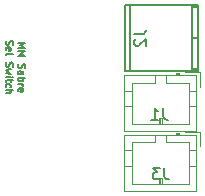
<source format=gbo>
G04 #@! TF.FileFunction,Legend,Bot*
%FSLAX46Y46*%
G04 Gerber Fmt 4.6, Leading zero omitted, Abs format (unit mm)*
G04 Created by KiCad (PCBNEW 4.0.7) date 06/06/18 08:15:27*
%MOMM*%
%LPD*%
G01*
G04 APERTURE LIST*
%ADD10C,0.100000*%
%ADD11C,0.150000*%
%ADD12C,0.120000*%
G04 APERTURE END LIST*
D10*
D11*
X138553571Y-85457143D02*
X139153571Y-85457143D01*
X138725000Y-85657143D01*
X139153571Y-85857143D01*
X138553571Y-85857143D01*
X138553571Y-86142857D02*
X139153571Y-86142857D01*
X138725000Y-86342857D01*
X139153571Y-86542857D01*
X138553571Y-86542857D01*
X138582143Y-87257143D02*
X138553571Y-87342857D01*
X138553571Y-87485714D01*
X138582143Y-87542857D01*
X138610714Y-87571428D01*
X138667857Y-87600000D01*
X138725000Y-87600000D01*
X138782143Y-87571428D01*
X138810714Y-87542857D01*
X138839286Y-87485714D01*
X138867857Y-87371428D01*
X138896429Y-87314286D01*
X138925000Y-87285714D01*
X138982143Y-87257143D01*
X139039286Y-87257143D01*
X139096429Y-87285714D01*
X139125000Y-87314286D01*
X139153571Y-87371428D01*
X139153571Y-87514286D01*
X139125000Y-87600000D01*
X138553571Y-88114286D02*
X138867857Y-88114286D01*
X138925000Y-88085715D01*
X138953571Y-88028572D01*
X138953571Y-87914286D01*
X138925000Y-87857143D01*
X138582143Y-88114286D02*
X138553571Y-88057143D01*
X138553571Y-87914286D01*
X138582143Y-87857143D01*
X138639286Y-87828572D01*
X138696429Y-87828572D01*
X138753571Y-87857143D01*
X138782143Y-87914286D01*
X138782143Y-88057143D01*
X138810714Y-88114286D01*
X138553571Y-88400000D02*
X139153571Y-88400000D01*
X138925000Y-88400000D02*
X138953571Y-88457143D01*
X138953571Y-88571429D01*
X138925000Y-88628572D01*
X138896429Y-88657143D01*
X138839286Y-88685714D01*
X138667857Y-88685714D01*
X138610714Y-88657143D01*
X138582143Y-88628572D01*
X138553571Y-88571429D01*
X138553571Y-88457143D01*
X138582143Y-88400000D01*
X138553571Y-88942857D02*
X138953571Y-88942857D01*
X138839286Y-88942857D02*
X138896429Y-88971429D01*
X138925000Y-89000000D01*
X138953571Y-89057143D01*
X138953571Y-89114286D01*
X138582143Y-89542858D02*
X138553571Y-89485715D01*
X138553571Y-89371429D01*
X138582143Y-89314286D01*
X138639286Y-89285715D01*
X138867857Y-89285715D01*
X138925000Y-89314286D01*
X138953571Y-89371429D01*
X138953571Y-89485715D01*
X138925000Y-89542858D01*
X138867857Y-89571429D01*
X138810714Y-89571429D01*
X138753571Y-89285715D01*
X137532143Y-85242857D02*
X137503571Y-85328571D01*
X137503571Y-85471428D01*
X137532143Y-85528571D01*
X137560714Y-85557142D01*
X137617857Y-85585714D01*
X137675000Y-85585714D01*
X137732143Y-85557142D01*
X137760714Y-85528571D01*
X137789286Y-85471428D01*
X137817857Y-85357142D01*
X137846429Y-85300000D01*
X137875000Y-85271428D01*
X137932143Y-85242857D01*
X137989286Y-85242857D01*
X138046429Y-85271428D01*
X138075000Y-85300000D01*
X138103571Y-85357142D01*
X138103571Y-85500000D01*
X138075000Y-85585714D01*
X137532143Y-86071429D02*
X137503571Y-86014286D01*
X137503571Y-85900000D01*
X137532143Y-85842857D01*
X137589286Y-85814286D01*
X137817857Y-85814286D01*
X137875000Y-85842857D01*
X137903571Y-85900000D01*
X137903571Y-86014286D01*
X137875000Y-86071429D01*
X137817857Y-86100000D01*
X137760714Y-86100000D01*
X137703571Y-85814286D01*
X137503571Y-86442857D02*
X137532143Y-86385715D01*
X137589286Y-86357143D01*
X138103571Y-86357143D01*
X137532143Y-87100001D02*
X137503571Y-87185715D01*
X137503571Y-87328572D01*
X137532143Y-87385715D01*
X137560714Y-87414286D01*
X137617857Y-87442858D01*
X137675000Y-87442858D01*
X137732143Y-87414286D01*
X137760714Y-87385715D01*
X137789286Y-87328572D01*
X137817857Y-87214286D01*
X137846429Y-87157144D01*
X137875000Y-87128572D01*
X137932143Y-87100001D01*
X137989286Y-87100001D01*
X138046429Y-87128572D01*
X138075000Y-87157144D01*
X138103571Y-87214286D01*
X138103571Y-87357144D01*
X138075000Y-87442858D01*
X137903571Y-87642858D02*
X137503571Y-87757144D01*
X137789286Y-87871430D01*
X137503571Y-87985715D01*
X137903571Y-88100001D01*
X137503571Y-88328572D02*
X137903571Y-88328572D01*
X138103571Y-88328572D02*
X138075000Y-88300001D01*
X138046429Y-88328572D01*
X138075000Y-88357144D01*
X138103571Y-88328572D01*
X138046429Y-88328572D01*
X137903571Y-88528572D02*
X137903571Y-88757143D01*
X138103571Y-88614286D02*
X137589286Y-88614286D01*
X137532143Y-88642858D01*
X137503571Y-88700000D01*
X137503571Y-88757143D01*
X137532143Y-89214286D02*
X137503571Y-89157143D01*
X137503571Y-89042857D01*
X137532143Y-88985715D01*
X137560714Y-88957143D01*
X137617857Y-88928572D01*
X137789286Y-88928572D01*
X137846429Y-88957143D01*
X137875000Y-88985715D01*
X137903571Y-89042857D01*
X137903571Y-89157143D01*
X137875000Y-89214286D01*
X137503571Y-89471429D02*
X138103571Y-89471429D01*
X137503571Y-89728572D02*
X137817857Y-89728572D01*
X137875000Y-89700001D01*
X137903571Y-89642858D01*
X137903571Y-89557143D01*
X137875000Y-89500001D01*
X137846429Y-89471429D01*
D12*
X153650000Y-88200000D02*
X153650000Y-92900000D01*
X153650000Y-92900000D02*
X147550000Y-92900000D01*
X147550000Y-92900000D02*
X147550000Y-88200000D01*
X147550000Y-88200000D02*
X153650000Y-88200000D01*
X151100000Y-88200000D02*
X151100000Y-88800000D01*
X151100000Y-88800000D02*
X153050000Y-88800000D01*
X153050000Y-88800000D02*
X153050000Y-92300000D01*
X153050000Y-92300000D02*
X148150000Y-92300000D01*
X148150000Y-92300000D02*
X148150000Y-88800000D01*
X148150000Y-88800000D02*
X150100000Y-88800000D01*
X150100000Y-88800000D02*
X150100000Y-88200000D01*
X153650000Y-89500000D02*
X153050000Y-89500000D01*
X153650000Y-90800000D02*
X153050000Y-90800000D01*
X147550000Y-89500000D02*
X148150000Y-89500000D01*
X147550000Y-90800000D02*
X148150000Y-90800000D01*
X151900000Y-88200000D02*
X151900000Y-88000000D01*
X151900000Y-88000000D02*
X152200000Y-88000000D01*
X152200000Y-88000000D02*
X152200000Y-88200000D01*
X151900000Y-88100000D02*
X152200000Y-88100000D01*
X150700000Y-92300000D02*
X150700000Y-91800000D01*
X150700000Y-91800000D02*
X150500000Y-91800000D01*
X150500000Y-91800000D02*
X150500000Y-92300000D01*
X150600000Y-92300000D02*
X150600000Y-91800000D01*
X152700000Y-87900000D02*
X153950000Y-87900000D01*
X153950000Y-87900000D02*
X153950000Y-89150000D01*
X153650000Y-93250000D02*
X153650000Y-97950000D01*
X153650000Y-97950000D02*
X147550000Y-97950000D01*
X147550000Y-97950000D02*
X147550000Y-93250000D01*
X147550000Y-93250000D02*
X153650000Y-93250000D01*
X151100000Y-93250000D02*
X151100000Y-93850000D01*
X151100000Y-93850000D02*
X153050000Y-93850000D01*
X153050000Y-93850000D02*
X153050000Y-97350000D01*
X153050000Y-97350000D02*
X148150000Y-97350000D01*
X148150000Y-97350000D02*
X148150000Y-93850000D01*
X148150000Y-93850000D02*
X150100000Y-93850000D01*
X150100000Y-93850000D02*
X150100000Y-93250000D01*
X153650000Y-94550000D02*
X153050000Y-94550000D01*
X153650000Y-95850000D02*
X153050000Y-95850000D01*
X147550000Y-94550000D02*
X148150000Y-94550000D01*
X147550000Y-95850000D02*
X148150000Y-95850000D01*
X151900000Y-93250000D02*
X151900000Y-93050000D01*
X151900000Y-93050000D02*
X152200000Y-93050000D01*
X152200000Y-93050000D02*
X152200000Y-93250000D01*
X151900000Y-93150000D02*
X152200000Y-93150000D01*
X150700000Y-97350000D02*
X150700000Y-96850000D01*
X150700000Y-96850000D02*
X150500000Y-96850000D01*
X150500000Y-96850000D02*
X150500000Y-97350000D01*
X150600000Y-97350000D02*
X150600000Y-96850000D01*
X152700000Y-92950000D02*
X153950000Y-92950000D01*
X153950000Y-92950000D02*
X153950000Y-94200000D01*
D11*
X153300960Y-87829080D02*
X153300960Y-82230920D01*
X153798800Y-82429040D02*
X153300960Y-82429040D01*
X153300960Y-87630960D02*
X153798800Y-87630960D01*
X153798800Y-85030000D02*
X153300960Y-85030000D01*
X147999980Y-82230920D02*
X147999980Y-87829080D01*
X153798800Y-82230920D02*
X153798800Y-87829080D01*
X153798800Y-87829080D02*
X147601200Y-87829080D01*
X147601200Y-87829080D02*
X147601200Y-82230920D01*
X147601200Y-82230920D02*
X153798800Y-82230920D01*
X150833333Y-90952381D02*
X150833333Y-91666667D01*
X150880953Y-91809524D01*
X150976191Y-91904762D01*
X151119048Y-91952381D01*
X151214286Y-91952381D01*
X149833333Y-91952381D02*
X150404762Y-91952381D01*
X150119048Y-91952381D02*
X150119048Y-90952381D01*
X150214286Y-91095238D01*
X150309524Y-91190476D01*
X150404762Y-91238095D01*
X150933333Y-96002381D02*
X150933333Y-96716667D01*
X150980953Y-96859524D01*
X151076191Y-96954762D01*
X151219048Y-97002381D01*
X151314286Y-97002381D01*
X150552381Y-96002381D02*
X149933333Y-96002381D01*
X150266667Y-96383333D01*
X150123809Y-96383333D01*
X150028571Y-96430952D01*
X149980952Y-96478571D01*
X149933333Y-96573810D01*
X149933333Y-96811905D01*
X149980952Y-96907143D01*
X150028571Y-96954762D01*
X150123809Y-97002381D01*
X150409524Y-97002381D01*
X150504762Y-96954762D01*
X150552381Y-96907143D01*
X148377380Y-84696667D02*
X149091666Y-84696667D01*
X149234523Y-84649047D01*
X149329761Y-84553809D01*
X149377380Y-84410952D01*
X149377380Y-84315714D01*
X148472618Y-85125238D02*
X148424999Y-85172857D01*
X148377380Y-85268095D01*
X148377380Y-85506191D01*
X148424999Y-85601429D01*
X148472618Y-85649048D01*
X148567856Y-85696667D01*
X148663094Y-85696667D01*
X148805951Y-85649048D01*
X149377380Y-85077619D01*
X149377380Y-85696667D01*
M02*

</source>
